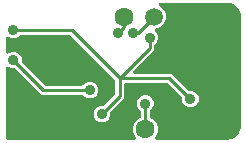
<source format=gbr>
G04 EAGLE Gerber RS-274X export*
G75*
%MOMM*%
%FSLAX34Y34*%
%LPD*%
%INBottom Copper*%
%IPPOS*%
%AMOC8*
5,1,8,0,0,1.08239X$1,22.5*%
G01*
%ADD10C,1.500000*%
%ADD11C,1.600000*%
%ADD12C,0.906400*%
%ADD13C,0.254000*%

G36*
X199336Y2558D02*
X199336Y2558D01*
X199475Y2571D01*
X199494Y2578D01*
X199514Y2581D01*
X199643Y2632D01*
X199774Y2679D01*
X199791Y2690D01*
X199809Y2698D01*
X199922Y2779D01*
X200037Y2857D01*
X200050Y2873D01*
X200067Y2884D01*
X200156Y2992D01*
X200247Y3096D01*
X200257Y3114D01*
X200270Y3129D01*
X200329Y3255D01*
X200392Y3379D01*
X200396Y3399D01*
X200405Y3417D01*
X200431Y3554D01*
X200462Y3689D01*
X200461Y3710D01*
X200465Y3729D01*
X200456Y3868D01*
X200452Y4007D01*
X200446Y4027D01*
X200445Y4047D01*
X200402Y4179D01*
X200364Y4313D01*
X200353Y4330D01*
X200347Y4349D01*
X200273Y4467D01*
X200202Y4587D01*
X200184Y4608D01*
X200177Y4618D01*
X200162Y4632D01*
X200096Y4707D01*
X199344Y5459D01*
X197739Y9333D01*
X197739Y13527D01*
X199344Y17401D01*
X202309Y20366D01*
X203686Y20936D01*
X203711Y20951D01*
X203739Y20960D01*
X203849Y21029D01*
X203962Y21094D01*
X203983Y21114D01*
X204008Y21130D01*
X204097Y21225D01*
X204190Y21315D01*
X204206Y21340D01*
X204226Y21362D01*
X204289Y21476D01*
X204357Y21586D01*
X204365Y21614D01*
X204380Y21640D01*
X204412Y21766D01*
X204450Y21890D01*
X204452Y21920D01*
X204459Y21948D01*
X204469Y22109D01*
X204469Y26303D01*
X204457Y26401D01*
X204454Y26500D01*
X204437Y26558D01*
X204429Y26618D01*
X204393Y26710D01*
X204365Y26805D01*
X204335Y26858D01*
X204312Y26914D01*
X204254Y26994D01*
X204204Y27079D01*
X204138Y27155D01*
X204126Y27171D01*
X204116Y27179D01*
X204098Y27200D01*
X202284Y29014D01*
X201207Y31613D01*
X201207Y34427D01*
X202284Y37026D01*
X204274Y39016D01*
X206873Y40093D01*
X209687Y40093D01*
X212286Y39016D01*
X214276Y37026D01*
X215353Y34427D01*
X215353Y31613D01*
X214276Y29014D01*
X212462Y27200D01*
X212402Y27122D01*
X212334Y27050D01*
X212305Y26997D01*
X212268Y26949D01*
X212228Y26858D01*
X212180Y26771D01*
X212165Y26713D01*
X212141Y26657D01*
X212126Y26559D01*
X212101Y26463D01*
X212095Y26363D01*
X212091Y26343D01*
X212093Y26331D01*
X212091Y26303D01*
X212091Y22109D01*
X212094Y22080D01*
X212092Y22050D01*
X212114Y21922D01*
X212131Y21793D01*
X212141Y21766D01*
X212146Y21737D01*
X212200Y21618D01*
X212248Y21498D01*
X212265Y21474D01*
X212277Y21447D01*
X212358Y21345D01*
X212434Y21240D01*
X212457Y21221D01*
X212476Y21198D01*
X212579Y21120D01*
X212679Y21037D01*
X212706Y21025D01*
X212730Y21007D01*
X212874Y20936D01*
X214251Y20366D01*
X217216Y17401D01*
X218821Y13527D01*
X218821Y9333D01*
X217216Y5459D01*
X216464Y4707D01*
X216379Y4598D01*
X216290Y4491D01*
X216282Y4472D01*
X216269Y4456D01*
X216214Y4328D01*
X216155Y4203D01*
X216151Y4183D01*
X216143Y4164D01*
X216121Y4026D01*
X216095Y3890D01*
X216096Y3870D01*
X216093Y3850D01*
X216106Y3711D01*
X216115Y3573D01*
X216121Y3554D01*
X216123Y3534D01*
X216170Y3402D01*
X216213Y3271D01*
X216224Y3253D01*
X216231Y3234D01*
X216309Y3119D01*
X216383Y3002D01*
X216398Y2988D01*
X216409Y2971D01*
X216513Y2879D01*
X216615Y2784D01*
X216632Y2774D01*
X216648Y2761D01*
X216771Y2698D01*
X216893Y2630D01*
X216913Y2625D01*
X216931Y2616D01*
X217067Y2586D01*
X217201Y2551D01*
X217229Y2549D01*
X217241Y2546D01*
X217262Y2547D01*
X217362Y2541D01*
X278090Y2541D01*
X278110Y2543D01*
X278214Y2547D01*
X280105Y2733D01*
X280208Y2757D01*
X280314Y2771D01*
X280394Y2799D01*
X280415Y2804D01*
X280429Y2811D01*
X280466Y2824D01*
X283959Y4270D01*
X283967Y4275D01*
X283976Y4278D01*
X284105Y4354D01*
X284235Y4428D01*
X284242Y4434D01*
X284250Y4439D01*
X284371Y4546D01*
X287044Y7219D01*
X287050Y7226D01*
X287057Y7232D01*
X287147Y7351D01*
X287239Y7470D01*
X287243Y7479D01*
X287249Y7486D01*
X287320Y7631D01*
X288766Y11124D01*
X288795Y11226D01*
X288831Y11326D01*
X288845Y11410D01*
X288850Y11431D01*
X288851Y11446D01*
X288857Y11485D01*
X289043Y13376D01*
X289043Y13395D01*
X289049Y13500D01*
X289049Y107149D01*
X289047Y107169D01*
X289043Y107274D01*
X288857Y109164D01*
X288833Y109268D01*
X288818Y109373D01*
X288791Y109453D01*
X288786Y109474D01*
X288779Y109488D01*
X288766Y109525D01*
X287319Y113019D01*
X287315Y113027D01*
X287312Y113036D01*
X287236Y113165D01*
X287162Y113295D01*
X287155Y113302D01*
X287151Y113310D01*
X287044Y113431D01*
X284371Y116104D01*
X284363Y116110D01*
X284357Y116117D01*
X284238Y116207D01*
X284119Y116299D01*
X284111Y116303D01*
X284103Y116309D01*
X283959Y116379D01*
X280465Y117826D01*
X280363Y117854D01*
X280263Y117891D01*
X280180Y117905D01*
X280159Y117910D01*
X280143Y117911D01*
X280104Y117917D01*
X278214Y118103D01*
X278194Y118103D01*
X278089Y118109D01*
X220926Y118109D01*
X220857Y118101D01*
X220787Y118102D01*
X220699Y118081D01*
X220610Y118069D01*
X220545Y118044D01*
X220478Y118027D01*
X220398Y117985D01*
X220315Y117952D01*
X220258Y117911D01*
X220197Y117879D01*
X220130Y117818D01*
X220057Y117766D01*
X220013Y117712D01*
X219961Y117665D01*
X219912Y117590D01*
X219855Y117521D01*
X219825Y117457D01*
X219786Y117399D01*
X219757Y117314D01*
X219719Y117233D01*
X219706Y117164D01*
X219683Y117098D01*
X219676Y117009D01*
X219659Y116921D01*
X219664Y116851D01*
X219658Y116781D01*
X219673Y116693D01*
X219679Y116603D01*
X219700Y116537D01*
X219712Y116468D01*
X219749Y116386D01*
X219777Y116301D01*
X219814Y116242D01*
X219843Y116178D01*
X219899Y116108D01*
X219947Y116032D01*
X219998Y115984D01*
X220042Y115930D01*
X220113Y115875D01*
X220179Y115814D01*
X220240Y115780D01*
X220296Y115738D01*
X220440Y115667D01*
X221588Y115192D01*
X224412Y112368D01*
X225941Y108677D01*
X225941Y104683D01*
X224412Y100992D01*
X221588Y98168D01*
X217897Y96639D01*
X217417Y96639D01*
X217280Y96622D01*
X217141Y96609D01*
X217122Y96602D01*
X217102Y96599D01*
X216973Y96548D01*
X216842Y96501D01*
X216825Y96490D01*
X216806Y96482D01*
X216694Y96401D01*
X216579Y96323D01*
X216565Y96307D01*
X216549Y96296D01*
X216460Y96188D01*
X216368Y96084D01*
X216359Y96066D01*
X216346Y96051D01*
X216287Y95925D01*
X216223Y95801D01*
X216219Y95781D01*
X216210Y95763D01*
X216184Y95626D01*
X216154Y95491D01*
X216154Y95470D01*
X216151Y95451D01*
X216159Y95312D01*
X216163Y95173D01*
X216169Y95153D01*
X216170Y95133D01*
X216213Y95001D01*
X216252Y94867D01*
X216262Y94850D01*
X216268Y94831D01*
X216343Y94713D01*
X216413Y94593D01*
X216432Y94572D01*
X216439Y94562D01*
X216454Y94548D01*
X216520Y94473D01*
X218086Y92906D01*
X219163Y90307D01*
X219163Y87493D01*
X218086Y84894D01*
X216272Y83080D01*
X216212Y83002D01*
X216144Y82930D01*
X216115Y82877D01*
X216078Y82829D01*
X216038Y82738D01*
X215990Y82651D01*
X215975Y82593D01*
X215951Y82537D01*
X215936Y82439D01*
X215911Y82343D01*
X215905Y82243D01*
X215901Y82223D01*
X215903Y82211D01*
X215901Y82183D01*
X215901Y78432D01*
X198057Y60587D01*
X197971Y60478D01*
X197883Y60371D01*
X197874Y60352D01*
X197862Y60336D01*
X197806Y60208D01*
X197747Y60083D01*
X197743Y60063D01*
X197735Y60044D01*
X197713Y59906D01*
X197687Y59770D01*
X197689Y59750D01*
X197686Y59730D01*
X197699Y59591D01*
X197707Y59453D01*
X197713Y59434D01*
X197715Y59414D01*
X197763Y59282D01*
X197805Y59151D01*
X197816Y59133D01*
X197823Y59114D01*
X197901Y58999D01*
X197975Y58882D01*
X197990Y58868D01*
X198002Y58851D01*
X198106Y58759D01*
X198207Y58664D01*
X198225Y58654D01*
X198240Y58641D01*
X198364Y58577D01*
X198486Y58510D01*
X198505Y58505D01*
X198523Y58496D01*
X198659Y58466D01*
X198793Y58431D01*
X198822Y58429D01*
X198833Y58426D01*
X198854Y58427D01*
X198954Y58421D01*
X230178Y58421D01*
X244325Y44274D01*
X244403Y44214D01*
X244475Y44146D01*
X244528Y44117D01*
X244576Y44080D01*
X244667Y44040D01*
X244754Y43992D01*
X244812Y43977D01*
X244868Y43953D01*
X244966Y43938D01*
X245062Y43913D01*
X245162Y43907D01*
X245182Y43903D01*
X245194Y43905D01*
X245222Y43903D01*
X247787Y43903D01*
X250386Y42826D01*
X252376Y40836D01*
X253453Y38237D01*
X253453Y35423D01*
X252376Y32824D01*
X250386Y30834D01*
X247787Y29757D01*
X244973Y29757D01*
X242374Y30834D01*
X240384Y32824D01*
X239307Y35423D01*
X239307Y37988D01*
X239295Y38086D01*
X239292Y38185D01*
X239275Y38243D01*
X239267Y38303D01*
X239231Y38395D01*
X239203Y38491D01*
X239173Y38543D01*
X239150Y38599D01*
X239092Y38679D01*
X239042Y38764D01*
X238976Y38840D01*
X238964Y38856D01*
X238954Y38864D01*
X238936Y38885D01*
X227393Y50428D01*
X227315Y50488D01*
X227243Y50556D01*
X227190Y50585D01*
X227142Y50622D01*
X227051Y50662D01*
X226964Y50710D01*
X226906Y50725D01*
X226850Y50749D01*
X226752Y50764D01*
X226656Y50789D01*
X226556Y50795D01*
X226536Y50799D01*
X226524Y50797D01*
X226496Y50799D01*
X191770Y50799D01*
X191652Y50784D01*
X191533Y50777D01*
X191495Y50764D01*
X191454Y50759D01*
X191344Y50716D01*
X191231Y50679D01*
X191196Y50657D01*
X191159Y50642D01*
X191063Y50573D01*
X190962Y50509D01*
X190934Y50479D01*
X190901Y50456D01*
X190825Y50364D01*
X190744Y50277D01*
X190724Y50242D01*
X190699Y50211D01*
X190648Y50103D01*
X190590Y49999D01*
X190580Y49959D01*
X190563Y49923D01*
X190541Y49806D01*
X190511Y49691D01*
X190507Y49631D01*
X190503Y49611D01*
X190505Y49590D01*
X190503Y49583D01*
X190504Y49577D01*
X190501Y49530D01*
X190501Y37792D01*
X178894Y26185D01*
X178834Y26107D01*
X178766Y26035D01*
X178737Y25982D01*
X178700Y25934D01*
X178660Y25843D01*
X178612Y25756D01*
X178597Y25698D01*
X178573Y25642D01*
X178558Y25544D01*
X178533Y25448D01*
X178527Y25348D01*
X178523Y25328D01*
X178525Y25316D01*
X178523Y25288D01*
X178523Y22723D01*
X177446Y20124D01*
X175456Y18134D01*
X172857Y17057D01*
X170043Y17057D01*
X167444Y18134D01*
X165454Y20124D01*
X164377Y22723D01*
X164377Y25537D01*
X165454Y28136D01*
X167444Y30126D01*
X170043Y31203D01*
X172608Y31203D01*
X172706Y31215D01*
X172805Y31218D01*
X172863Y31235D01*
X172923Y31243D01*
X173015Y31279D01*
X173111Y31307D01*
X173163Y31337D01*
X173219Y31360D01*
X173299Y31418D01*
X173384Y31468D01*
X173460Y31534D01*
X173476Y31546D01*
X173484Y31556D01*
X173505Y31574D01*
X182508Y40577D01*
X182568Y40655D01*
X182636Y40727D01*
X182665Y40780D01*
X182702Y40828D01*
X182742Y40919D01*
X182790Y41006D01*
X182805Y41064D01*
X182829Y41120D01*
X182844Y41218D01*
X182869Y41314D01*
X182875Y41414D01*
X182879Y41434D01*
X182877Y41446D01*
X182879Y41474D01*
X182879Y52506D01*
X182867Y52604D01*
X182864Y52703D01*
X182847Y52761D01*
X182839Y52821D01*
X182803Y52913D01*
X182775Y53009D01*
X182745Y53061D01*
X182722Y53117D01*
X182664Y53197D01*
X182614Y53282D01*
X182548Y53358D01*
X182536Y53374D01*
X182526Y53382D01*
X182508Y53403D01*
X144843Y91068D01*
X144765Y91128D01*
X144693Y91196D01*
X144640Y91225D01*
X144592Y91262D01*
X144501Y91302D01*
X144414Y91350D01*
X144356Y91365D01*
X144300Y91389D01*
X144202Y91404D01*
X144106Y91429D01*
X144006Y91435D01*
X143986Y91439D01*
X143974Y91437D01*
X143946Y91439D01*
X103237Y91439D01*
X103139Y91427D01*
X103040Y91424D01*
X102982Y91407D01*
X102922Y91399D01*
X102830Y91363D01*
X102735Y91335D01*
X102682Y91305D01*
X102626Y91282D01*
X102546Y91224D01*
X102461Y91174D01*
X102385Y91108D01*
X102369Y91096D01*
X102361Y91086D01*
X102340Y91068D01*
X100526Y89254D01*
X97927Y88177D01*
X95113Y88177D01*
X92514Y89254D01*
X92338Y89430D01*
X92228Y89515D01*
X92121Y89604D01*
X92102Y89613D01*
X92086Y89625D01*
X91959Y89680D01*
X91833Y89740D01*
X91813Y89743D01*
X91794Y89751D01*
X91657Y89773D01*
X91521Y89799D01*
X91500Y89798D01*
X91480Y89801D01*
X91342Y89788D01*
X91203Y89780D01*
X91184Y89773D01*
X91164Y89771D01*
X91032Y89724D01*
X90901Y89682D01*
X90884Y89671D01*
X90864Y89664D01*
X90749Y89586D01*
X90632Y89511D01*
X90618Y89497D01*
X90601Y89485D01*
X90509Y89381D01*
X90414Y89280D01*
X90404Y89262D01*
X90391Y89247D01*
X90327Y89123D01*
X90260Y89001D01*
X90255Y88982D01*
X90246Y88964D01*
X90216Y88828D01*
X90181Y88693D01*
X90179Y88665D01*
X90177Y88653D01*
X90177Y88633D01*
X90171Y88533D01*
X90171Y76567D01*
X90188Y76429D01*
X90201Y76291D01*
X90208Y76272D01*
X90211Y76252D01*
X90262Y76123D01*
X90309Y75992D01*
X90320Y75975D01*
X90328Y75956D01*
X90409Y75844D01*
X90487Y75729D01*
X90503Y75715D01*
X90514Y75699D01*
X90622Y75610D01*
X90726Y75518D01*
X90744Y75509D01*
X90759Y75496D01*
X90885Y75437D01*
X91009Y75373D01*
X91029Y75369D01*
X91047Y75360D01*
X91183Y75334D01*
X91319Y75304D01*
X91340Y75304D01*
X91360Y75301D01*
X91498Y75309D01*
X91637Y75314D01*
X91657Y75319D01*
X91677Y75320D01*
X91809Y75363D01*
X91943Y75402D01*
X91960Y75412D01*
X91979Y75418D01*
X92097Y75493D01*
X92217Y75563D01*
X92238Y75582D01*
X92248Y75589D01*
X92262Y75604D01*
X92338Y75670D01*
X92514Y75846D01*
X95113Y76923D01*
X97927Y76923D01*
X100526Y75846D01*
X102516Y73856D01*
X103593Y71257D01*
X103593Y68692D01*
X103605Y68594D01*
X103608Y68495D01*
X103625Y68437D01*
X103633Y68377D01*
X103669Y68285D01*
X103697Y68189D01*
X103727Y68137D01*
X103750Y68081D01*
X103808Y68001D01*
X103858Y67916D01*
X103924Y67840D01*
X103936Y67824D01*
X103946Y67816D01*
X103964Y67795D01*
X123127Y48632D01*
X123205Y48572D01*
X123277Y48504D01*
X123330Y48475D01*
X123378Y48438D01*
X123469Y48398D01*
X123556Y48350D01*
X123614Y48335D01*
X123670Y48311D01*
X123768Y48296D01*
X123864Y48271D01*
X123964Y48265D01*
X123984Y48261D01*
X123996Y48263D01*
X124024Y48261D01*
X154573Y48261D01*
X154671Y48273D01*
X154770Y48276D01*
X154828Y48293D01*
X154888Y48301D01*
X154980Y48337D01*
X155075Y48365D01*
X155128Y48395D01*
X155184Y48418D01*
X155264Y48476D01*
X155349Y48526D01*
X155425Y48592D01*
X155441Y48604D01*
X155449Y48614D01*
X155470Y48632D01*
X157284Y50446D01*
X159883Y51523D01*
X162697Y51523D01*
X165296Y50446D01*
X167286Y48456D01*
X168363Y45857D01*
X168363Y43043D01*
X167286Y40444D01*
X165296Y38454D01*
X162697Y37377D01*
X159883Y37377D01*
X157284Y38454D01*
X155470Y40268D01*
X155392Y40328D01*
X155320Y40396D01*
X155267Y40425D01*
X155219Y40462D01*
X155128Y40502D01*
X155041Y40550D01*
X154983Y40565D01*
X154927Y40589D01*
X154829Y40604D01*
X154733Y40629D01*
X154633Y40635D01*
X154613Y40639D01*
X154601Y40637D01*
X154573Y40639D01*
X120342Y40639D01*
X98575Y62406D01*
X98497Y62466D01*
X98425Y62534D01*
X98372Y62563D01*
X98324Y62600D01*
X98233Y62640D01*
X98146Y62688D01*
X98088Y62703D01*
X98032Y62727D01*
X97934Y62742D01*
X97838Y62767D01*
X97738Y62773D01*
X97718Y62777D01*
X97706Y62775D01*
X97678Y62777D01*
X95113Y62777D01*
X92514Y63854D01*
X92338Y64030D01*
X92228Y64115D01*
X92121Y64204D01*
X92102Y64213D01*
X92086Y64225D01*
X91959Y64280D01*
X91833Y64340D01*
X91813Y64343D01*
X91794Y64351D01*
X91657Y64373D01*
X91521Y64399D01*
X91500Y64398D01*
X91480Y64401D01*
X91342Y64388D01*
X91203Y64380D01*
X91184Y64373D01*
X91164Y64371D01*
X91032Y64324D01*
X90901Y64282D01*
X90884Y64271D01*
X90864Y64264D01*
X90749Y64186D01*
X90632Y64111D01*
X90618Y64097D01*
X90601Y64085D01*
X90509Y63981D01*
X90414Y63880D01*
X90404Y63862D01*
X90391Y63847D01*
X90327Y63723D01*
X90260Y63601D01*
X90255Y63582D01*
X90246Y63564D01*
X90216Y63428D01*
X90181Y63293D01*
X90179Y63265D01*
X90177Y63253D01*
X90177Y63233D01*
X90171Y63133D01*
X90171Y3810D01*
X90186Y3692D01*
X90193Y3573D01*
X90206Y3535D01*
X90211Y3494D01*
X90254Y3384D01*
X90291Y3271D01*
X90313Y3236D01*
X90328Y3199D01*
X90398Y3103D01*
X90461Y3002D01*
X90491Y2974D01*
X90514Y2941D01*
X90606Y2865D01*
X90693Y2784D01*
X90728Y2764D01*
X90759Y2739D01*
X90867Y2688D01*
X90971Y2630D01*
X91011Y2620D01*
X91047Y2603D01*
X91164Y2581D01*
X91279Y2551D01*
X91340Y2547D01*
X91360Y2543D01*
X91380Y2545D01*
X91440Y2541D01*
X199198Y2541D01*
X199336Y2558D01*
G37*
D10*
X215900Y106680D03*
D11*
X190500Y106680D03*
X208280Y11430D03*
D12*
X281940Y31750D03*
X257810Y99060D03*
X96520Y35560D03*
X134620Y77470D03*
X96520Y69850D03*
D13*
X121920Y44450D01*
X161290Y44450D01*
D12*
X161290Y44450D03*
X208280Y33020D03*
D13*
X208280Y11430D01*
D12*
X171450Y24130D03*
X246380Y36830D03*
X96520Y95250D03*
D13*
X146050Y95250D01*
X186690Y54610D01*
D12*
X212090Y88900D03*
D13*
X212090Y80010D01*
X186690Y54610D01*
X228600Y54610D01*
X246380Y36830D01*
X186690Y39370D02*
X186690Y54610D01*
X186690Y39370D02*
X171450Y24130D01*
D12*
X198120Y92710D03*
D13*
X201930Y92710D02*
X215900Y106680D01*
X201930Y92710D02*
X198120Y92710D01*
D12*
X185420Y92710D03*
D13*
X190500Y97790D01*
X190500Y106680D01*
M02*

</source>
